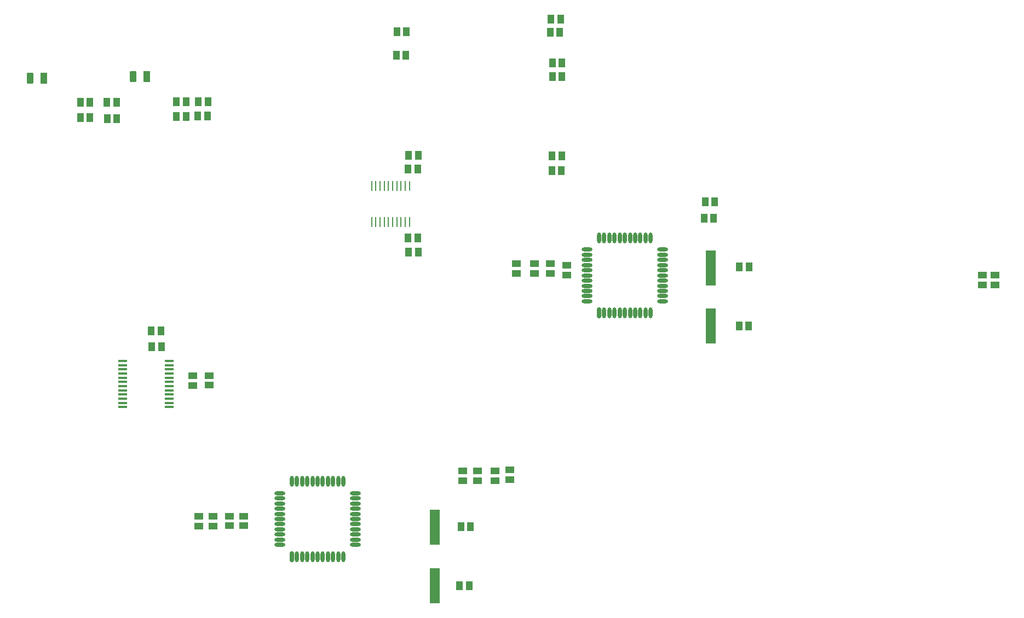
<source format=gtp>
G04 Layer_Color=8421504*
%FSLAX25Y25*%
%MOIN*%
G70*
G01*
G75*
G04:AMPARAMS|DCode=10|XSize=41.34mil|YSize=66.93mil|CornerRadius=10.34mil|HoleSize=0mil|Usage=FLASHONLY|Rotation=0.000|XOffset=0mil|YOffset=0mil|HoleType=Round|Shape=RoundedRectangle|*
%AMROUNDEDRECTD10*
21,1,0.04134,0.04626,0,0,0.0*
21,1,0.02067,0.06693,0,0,0.0*
1,1,0.02067,0.01034,-0.02313*
1,1,0.02067,-0.01034,-0.02313*
1,1,0.02067,-0.01034,0.02313*
1,1,0.02067,0.01034,0.02313*
%
%ADD10ROUNDEDRECTD10*%
%ADD11R,0.04134X0.06693*%
%ADD12O,0.02362X0.06496*%
%ADD13O,0.06496X0.02362*%
G04:AMPARAMS|DCode=14|XSize=23.62mil|YSize=64.96mil|CornerRadius=5.91mil|HoleSize=0mil|Usage=FLASHONLY|Rotation=180.000|XOffset=0mil|YOffset=0mil|HoleType=Round|Shape=RoundedRectangle|*
%AMROUNDEDRECTD14*
21,1,0.02362,0.05315,0,0,180.0*
21,1,0.01181,0.06496,0,0,180.0*
1,1,0.01181,-0.00591,0.02658*
1,1,0.01181,0.00591,0.02658*
1,1,0.01181,0.00591,-0.02658*
1,1,0.01181,-0.00591,-0.02658*
%
%ADD14ROUNDEDRECTD14*%
%ADD15R,0.05906X0.21654*%
%ADD16O,0.05512X0.01575*%
G04:AMPARAMS|DCode=17|XSize=15.75mil|YSize=55.12mil|CornerRadius=3.94mil|HoleSize=0mil|Usage=FLASHONLY|Rotation=90.000|XOffset=0mil|YOffset=0mil|HoleType=Round|Shape=RoundedRectangle|*
%AMROUNDEDRECTD17*
21,1,0.01575,0.04724,0,0,90.0*
21,1,0.00787,0.05512,0,0,90.0*
1,1,0.00787,0.02362,0.00394*
1,1,0.00787,0.02362,-0.00394*
1,1,0.00787,-0.02362,-0.00394*
1,1,0.00787,-0.02362,0.00394*
%
%ADD17ROUNDEDRECTD17*%
%ADD18R,0.00984X0.06102*%
G04:AMPARAMS|DCode=19|XSize=9.84mil|YSize=61.02mil|CornerRadius=2.46mil|HoleSize=0mil|Usage=FLASHONLY|Rotation=180.000|XOffset=0mil|YOffset=0mil|HoleType=Round|Shape=RoundedRectangle|*
%AMROUNDEDRECTD19*
21,1,0.00984,0.05610,0,0,180.0*
21,1,0.00492,0.06102,0,0,180.0*
1,1,0.00492,-0.00246,0.02805*
1,1,0.00492,0.00246,0.02805*
1,1,0.00492,0.00246,-0.02805*
1,1,0.00492,-0.00246,-0.02805*
%
%ADD19ROUNDEDRECTD19*%
%ADD20R,0.04331X0.05512*%
%ADD21R,0.05512X0.04331*%
D10*
X67913Y342520D02*
D03*
X130512Y343504D02*
D03*
D11*
X76181Y342520D02*
D03*
X138779Y343504D02*
D03*
D12*
X230315Y50886D02*
D03*
X233465D02*
D03*
X236614D02*
D03*
X239764D02*
D03*
X242913D02*
D03*
X246063D02*
D03*
X249213D02*
D03*
X252362D02*
D03*
X255512D02*
D03*
X258661D02*
D03*
Y96752D02*
D03*
X255512D02*
D03*
X252362D02*
D03*
X249213D02*
D03*
X246063D02*
D03*
X242913D02*
D03*
X239764D02*
D03*
X236614D02*
D03*
X233465D02*
D03*
X230315D02*
D03*
X227165D02*
D03*
X417323Y199311D02*
D03*
X420472D02*
D03*
X423622D02*
D03*
X426772D02*
D03*
X429921D02*
D03*
X433071D02*
D03*
X436221D02*
D03*
X439370D02*
D03*
X442520D02*
D03*
X445669D02*
D03*
Y245177D02*
D03*
X442520D02*
D03*
X439370D02*
D03*
X436221D02*
D03*
X433071D02*
D03*
X429921D02*
D03*
X426772D02*
D03*
X423622D02*
D03*
X420472D02*
D03*
X417323D02*
D03*
X414173D02*
D03*
D13*
X265846Y58071D02*
D03*
Y61221D02*
D03*
Y64370D02*
D03*
Y67520D02*
D03*
Y70669D02*
D03*
Y73819D02*
D03*
Y76968D02*
D03*
Y80118D02*
D03*
Y83268D02*
D03*
Y86417D02*
D03*
Y89567D02*
D03*
X219980D02*
D03*
Y86417D02*
D03*
Y83268D02*
D03*
Y80118D02*
D03*
Y76968D02*
D03*
Y73819D02*
D03*
Y70669D02*
D03*
Y67520D02*
D03*
Y64370D02*
D03*
Y61221D02*
D03*
Y58071D02*
D03*
X452854Y206496D02*
D03*
Y209646D02*
D03*
Y212795D02*
D03*
Y215945D02*
D03*
Y219094D02*
D03*
Y222244D02*
D03*
Y225394D02*
D03*
Y228543D02*
D03*
Y231693D02*
D03*
Y234842D02*
D03*
Y237992D02*
D03*
X406988D02*
D03*
Y234842D02*
D03*
Y231693D02*
D03*
Y228543D02*
D03*
Y225394D02*
D03*
Y222244D02*
D03*
Y219094D02*
D03*
Y215945D02*
D03*
Y212795D02*
D03*
Y209646D02*
D03*
Y206496D02*
D03*
D14*
X227165Y50886D02*
D03*
X414173Y199311D02*
D03*
D15*
X482283Y226969D02*
D03*
Y191535D02*
D03*
X314173Y68701D02*
D03*
Y33268D02*
D03*
D16*
X152559Y142028D02*
D03*
Y144587D02*
D03*
Y147146D02*
D03*
Y149705D02*
D03*
Y152264D02*
D03*
Y154823D02*
D03*
Y157382D02*
D03*
Y159941D02*
D03*
Y162500D02*
D03*
Y165059D02*
D03*
Y167618D02*
D03*
Y170177D02*
D03*
X124213Y142028D02*
D03*
Y144587D02*
D03*
Y147146D02*
D03*
Y149705D02*
D03*
Y152264D02*
D03*
Y154823D02*
D03*
Y157382D02*
D03*
Y159941D02*
D03*
Y162500D02*
D03*
Y165059D02*
D03*
Y167618D02*
D03*
D17*
Y170177D02*
D03*
D18*
X275787Y254921D02*
D03*
X278346D02*
D03*
X280906D02*
D03*
X283465D02*
D03*
X286024D02*
D03*
X288583D02*
D03*
X291142D02*
D03*
X293701D02*
D03*
X296260D02*
D03*
X298819D02*
D03*
X275787Y276969D02*
D03*
X278346D02*
D03*
X280906D02*
D03*
X283465D02*
D03*
X286024D02*
D03*
X288583D02*
D03*
X291142D02*
D03*
X293701D02*
D03*
X296260D02*
D03*
D19*
X298819D02*
D03*
D20*
X175787Y319488D02*
D03*
X169882D02*
D03*
X176181Y328150D02*
D03*
X170276D02*
D03*
X499409Y191535D02*
D03*
X505315D02*
D03*
X499606Y227362D02*
D03*
X505512D02*
D03*
X478740Y267126D02*
D03*
X484646D02*
D03*
X391339Y286024D02*
D03*
X385433D02*
D03*
X391732Y343504D02*
D03*
X385827D02*
D03*
X390354Y370472D02*
D03*
X384449D02*
D03*
X478150Y257283D02*
D03*
X484055D02*
D03*
X391535Y295079D02*
D03*
X385630D02*
D03*
X391732Y351969D02*
D03*
X385827D02*
D03*
X390748Y378346D02*
D03*
X384842D02*
D03*
X147835Y178937D02*
D03*
X141929D02*
D03*
X147441Y188386D02*
D03*
X141535D02*
D03*
X329331Y33268D02*
D03*
X335236D02*
D03*
X330118Y69095D02*
D03*
X336024D02*
D03*
X156890Y319094D02*
D03*
X162795D02*
D03*
X156890Y328150D02*
D03*
X162795D02*
D03*
X98425Y318307D02*
D03*
X104331D02*
D03*
X98425Y327756D02*
D03*
X104331D02*
D03*
X120669Y317913D02*
D03*
X114764D02*
D03*
X120472Y327658D02*
D03*
X114567D02*
D03*
X297835Y245079D02*
D03*
X303740D02*
D03*
X298228Y236417D02*
D03*
X304134D02*
D03*
X297835Y287205D02*
D03*
X303740D02*
D03*
X298228Y295472D02*
D03*
X304134D02*
D03*
X297047Y370669D02*
D03*
X291142D02*
D03*
X296654Y356496D02*
D03*
X290748D02*
D03*
D21*
X647441Y222441D02*
D03*
Y216535D02*
D03*
X655315Y222441D02*
D03*
Y216535D02*
D03*
X363779Y229331D02*
D03*
Y223425D02*
D03*
X394488Y228543D02*
D03*
Y222638D02*
D03*
X374803Y229331D02*
D03*
Y223425D02*
D03*
X384646Y229528D02*
D03*
Y223622D02*
D03*
X340158Y103150D02*
D03*
Y97244D02*
D03*
X350787Y103150D02*
D03*
Y97244D02*
D03*
X359842Y103740D02*
D03*
Y97835D02*
D03*
X331102Y103150D02*
D03*
Y97244D02*
D03*
X166929Y161024D02*
D03*
Y155118D02*
D03*
X176772Y161221D02*
D03*
Y155315D02*
D03*
X170472Y75394D02*
D03*
Y69488D02*
D03*
X179134Y75394D02*
D03*
Y69488D02*
D03*
X189370Y75590D02*
D03*
Y69685D02*
D03*
X198031Y75590D02*
D03*
Y69685D02*
D03*
M02*

</source>
